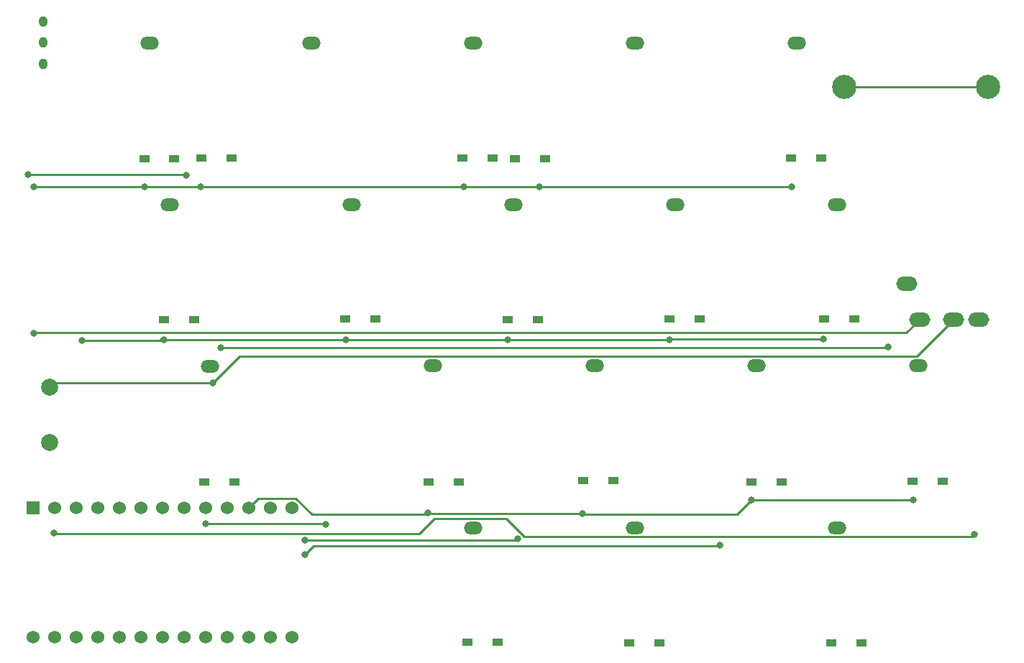
<source format=gbr>
%TF.GenerationSoftware,KiCad,Pcbnew,7.0.8*%
%TF.CreationDate,2024-11-10T08:48:31+09:00*%
%TF.ProjectId,cool937,636f6f6c-3933-4372-9e6b-696361645f70,rev?*%
%TF.SameCoordinates,Original*%
%TF.FileFunction,Copper,L1,Top*%
%TF.FilePolarity,Positive*%
%FSLAX46Y46*%
G04 Gerber Fmt 4.6, Leading zero omitted, Abs format (unit mm)*
G04 Created by KiCad (PCBNEW 7.0.8) date 2024-11-10 08:48:31*
%MOMM*%
%LPD*%
G01*
G04 APERTURE LIST*
%TA.AperFunction,SMDPad,CuDef*%
%ADD10R,1.300000X0.950000*%
%TD*%
%TA.AperFunction,ComponentPad*%
%ADD11O,2.200000X1.500000*%
%TD*%
%TA.AperFunction,ComponentPad*%
%ADD12C,2.000000*%
%TD*%
%TA.AperFunction,ComponentPad*%
%ADD13O,2.500000X1.700000*%
%TD*%
%TA.AperFunction,ComponentPad*%
%ADD14O,1.000000X1.300000*%
%TD*%
%TA.AperFunction,ComponentPad*%
%ADD15C,2.850000*%
%TD*%
%TA.AperFunction,ComponentPad*%
%ADD16C,1.524000*%
%TD*%
%TA.AperFunction,ComponentPad*%
%ADD17R,1.524000X1.524000*%
%TD*%
%TA.AperFunction,ViaPad*%
%ADD18C,0.800000*%
%TD*%
%TA.AperFunction,Conductor*%
%ADD19C,0.250000*%
%TD*%
G04 APERTURE END LIST*
D10*
%TO.P,D14,1,K*%
%TO.N,row1*%
X122945000Y-124960000D03*
%TO.P,D14,2,A*%
%TO.N,Net-(D14-A)*%
X126495000Y-124960000D03*
%TD*%
D11*
%TO.P,SW21,*%
%TO.N,*%
X68880000Y-130480000D03*
%TD*%
%TO.P,SW15,*%
%TO.N,*%
X142690000Y-111420000D03*
%TD*%
D10*
%TO.P,D15,1,K*%
%TO.N,row1*%
X141155000Y-124890000D03*
%TO.P,D15,2,A*%
%TO.N,Net-(D15-A)*%
X144705000Y-124890000D03*
%TD*%
D11*
%TO.P,SW33,*%
%TO.N,*%
X118890000Y-149530000D03*
%TD*%
D10*
%TO.P,D21,1,K*%
%TO.N,row2*%
X68205000Y-144100000D03*
%TO.P,D21,2,A*%
%TO.N,Net-(D21-A)*%
X71755000Y-144100000D03*
%TD*%
%TO.P,D13,1,K*%
%TO.N,row1*%
X103915000Y-125030000D03*
%TO.P,D13,2,A*%
%TO.N,Net-(D13-A)*%
X107465000Y-125030000D03*
%TD*%
D11*
%TO.P,SW4,*%
%TO.N,*%
X118890000Y-92370000D03*
%TD*%
%TO.P,SW3,*%
%TO.N,*%
X99840000Y-92370000D03*
%TD*%
D12*
%TO.P,SW41,1,1*%
%TO.N,Net-(U2-BOOT(RST))*%
X49920000Y-139480000D03*
%TO.P,SW41,2,2*%
%TO.N,GND*%
X49920000Y-132980000D03*
%TD*%
D10*
%TO.P,D25,1,K*%
%TO.N,row2*%
X151575000Y-144030000D03*
%TO.P,D25,2,A*%
%TO.N,Net-(D25-A)*%
X155125000Y-144030000D03*
%TD*%
%TO.P,D34,1,K*%
%TO.N,row3*%
X142005000Y-163140000D03*
%TO.P,D34,2,A*%
%TO.N,Net-(D34-A)*%
X145555000Y-163140000D03*
%TD*%
D11*
%TO.P,SW1,*%
%TO.N,*%
X61740000Y-92370000D03*
%TD*%
D10*
%TO.P,D24,1,K*%
%TO.N,row2*%
X132560000Y-144150000D03*
%TO.P,D24,2,A*%
%TO.N,Net-(D24-A)*%
X136110000Y-144150000D03*
%TD*%
%TO.P,D12,1,K*%
%TO.N,row1*%
X84775000Y-124920000D03*
%TO.P,D12,2,A*%
%TO.N,Net-(D12-A)*%
X88325000Y-124920000D03*
%TD*%
D11*
%TO.P,SW25,*%
%TO.N,*%
X152240000Y-130450000D03*
%TD*%
%TO.P,SW23,*%
%TO.N,*%
X114140000Y-130450000D03*
%TD*%
D10*
%TO.P,D11,1,K*%
%TO.N,row1*%
X63425000Y-124990000D03*
%TO.P,D11,2,A*%
%TO.N,Net-(D11-A)*%
X66975000Y-124990000D03*
%TD*%
D11*
%TO.P,SW2,*%
%TO.N,*%
X80790000Y-92370000D03*
%TD*%
D10*
%TO.P,D5,1,K*%
%TO.N,row0*%
X137275000Y-105940000D03*
%TO.P,D5,2,A*%
%TO.N,Net-(D5-A)*%
X140825000Y-105940000D03*
%TD*%
D11*
%TO.P,SW11,*%
%TO.N,*%
X64120000Y-111430000D03*
%TD*%
%TO.P,SW5,*%
%TO.N,*%
X137940000Y-92370000D03*
%TD*%
%TO.P,SW32,*%
%TO.N,*%
X99840000Y-149530000D03*
%TD*%
D10*
%TO.P,D1,1,K*%
%TO.N,row0*%
X61095000Y-106030000D03*
%TO.P,D1,2,A*%
%TO.N,Net-(D1-A)*%
X64645000Y-106030000D03*
%TD*%
D11*
%TO.P,SW12,*%
%TO.N,*%
X85540000Y-111420000D03*
%TD*%
D10*
%TO.P,D33,1,K*%
%TO.N,row3*%
X118215000Y-163080000D03*
%TO.P,D33,2,A*%
%TO.N,Net-(D33-A)*%
X121765000Y-163080000D03*
%TD*%
%TO.P,D23,1,K*%
%TO.N,row2*%
X112765000Y-144010000D03*
%TO.P,D23,2,A*%
%TO.N,Net-(D23-A)*%
X116315000Y-144010000D03*
%TD*%
%TO.P,D32,1,K*%
%TO.N,row3*%
X99155000Y-163050000D03*
%TO.P,D32,2,A*%
%TO.N,Net-(D32-A)*%
X102705000Y-163050000D03*
%TD*%
D11*
%TO.P,SW22,*%
%TO.N,*%
X95090000Y-130450000D03*
%TD*%
%TO.P,SW14,*%
%TO.N,*%
X123640000Y-111420000D03*
%TD*%
D10*
%TO.P,D3,1,K*%
%TO.N,row0*%
X98560000Y-105970000D03*
%TO.P,D3,2,A*%
%TO.N,Net-(D3-A)*%
X102110000Y-105970000D03*
%TD*%
%TO.P,D4,1,K*%
%TO.N,row0*%
X104755000Y-106000000D03*
%TO.P,D4,2,A*%
%TO.N,Net-(D4-A)*%
X108305000Y-106000000D03*
%TD*%
D11*
%TO.P,SW24,*%
%TO.N,*%
X133190000Y-130450000D03*
%TD*%
D10*
%TO.P,D22,1,K*%
%TO.N,row2*%
X94550000Y-144140000D03*
%TO.P,D22,2,A*%
%TO.N,Net-(D22-A)*%
X98100000Y-144140000D03*
%TD*%
D13*
%TO.P,J1,A*%
%TO.N,unconnected-(J1-PadA)*%
X150880000Y-120780000D03*
%TO.P,J1,B*%
%TO.N,data*%
X159380000Y-124980000D03*
%TO.P,J1,C*%
%TO.N,GND*%
X156380000Y-124980000D03*
%TO.P,J1,D*%
%TO.N,VCC*%
X152380000Y-124980000D03*
%TD*%
D10*
%TO.P,D2,1,K*%
%TO.N,row0*%
X67835000Y-105960000D03*
%TO.P,D2,2,A*%
%TO.N,Net-(D2-A)*%
X71385000Y-105960000D03*
%TD*%
D11*
%TO.P,SW13,*%
%TO.N,*%
X104590000Y-111420000D03*
%TD*%
%TO.P,SW34,*%
%TO.N,*%
X142690000Y-149540000D03*
%TD*%
D14*
%TO.P,SW42,1,1*%
%TO.N,Net-(U2-BAT)*%
X49220000Y-89850000D03*
%TO.P,SW42,2,2*%
%TO.N,BAT+*%
X49220000Y-92350000D03*
%TO.P,SW42,3*%
%TO.N,N/C*%
X49220000Y-94850000D03*
%TD*%
D15*
%TO.P,BT1,1,+*%
%TO.N,BAT+*%
X160440000Y-97600000D03*
X143540000Y-97600000D03*
%TD*%
D16*
%TO.P,U2,1,PIN1*%
%TO.N,data*%
X50540000Y-162390000D03*
%TO.P,U2,2,PIN2*%
%TO.N,unconnected-(U2-PIN2-Pad2)*%
X53080000Y-162390000D03*
%TO.P,U2,3,GND*%
%TO.N,GND*%
X55620000Y-162390000D03*
%TO.P,U2,4,GND*%
X58160000Y-162390000D03*
%TO.P,U2,5,PIN5*%
%TO.N,row0*%
X60700000Y-162390000D03*
%TO.P,U2,6,PIN6*%
%TO.N,row1*%
X63240000Y-162390000D03*
%TO.P,U2,7,PIN7*%
%TO.N,col0*%
X65780000Y-162390000D03*
%TO.P,U2,8,PIN8*%
%TO.N,col1*%
X68320000Y-162390000D03*
%TO.P,U2,9,PIN9*%
%TO.N,col2*%
X70860000Y-162390000D03*
%TO.P,U2,10,PIN10*%
%TO.N,col3*%
X73400000Y-162390000D03*
%TO.P,U2,11,PIN11*%
%TO.N,col4*%
X75940000Y-162390000D03*
%TO.P,U2,12,PIN12*%
%TO.N,unconnected-(U2-PIN12-Pad12)*%
X78480000Y-162390000D03*
%TO.P,U2,13,PIN13*%
%TO.N,unconnected-(U2-PIN13-Pad13)*%
X78480000Y-147170000D03*
%TO.P,U2,14,PIN14*%
%TO.N,row3*%
X75940000Y-147170000D03*
%TO.P,U2,15,PIN15*%
%TO.N,row2*%
X73400000Y-147170000D03*
%TO.P,U2,16,PIN16*%
%TO.N,unconnected-(U2-PIN16-Pad16)*%
X70860000Y-147170000D03*
%TO.P,U2,17,PIN17*%
%TO.N,unconnected-(U2-PIN17-Pad17)*%
X68320000Y-147170000D03*
%TO.P,U2,18,PIN18*%
%TO.N,unconnected-(U2-PIN18-Pad18)*%
X65780000Y-147170000D03*
%TO.P,U2,19,PIN19*%
%TO.N,unconnected-(U2-PIN19-Pad19)*%
X63240000Y-147170000D03*
%TO.P,U2,20,PIN20*%
%TO.N,unconnected-(U2-PIN20-Pad20)*%
X60700000Y-147170000D03*
%TO.P,U2,21,+4.3V*%
%TO.N,unconnected-(U2-+4.3V-Pad21)*%
X58160000Y-147170000D03*
%TO.P,U2,22,BOOT(RST)*%
%TO.N,Net-(U2-BOOT(RST))*%
X55620000Y-147170000D03*
%TO.P,U2,23,GND*%
%TO.N,GND*%
X53080000Y-147170000D03*
%TO.P,U2,24,+5V*%
%TO.N,VCC*%
X50540000Y-147170000D03*
D17*
%TO.P,U2,25,BAT*%
%TO.N,Net-(U2-BAT)*%
X48000000Y-147170000D03*
D16*
%TO.P,U2,26*%
%TO.N,N/C*%
X48000000Y-162390000D03*
%TD*%
D18*
%TO.N,BAT+*%
X148710000Y-128260000D03*
X70090000Y-128270000D03*
%TO.N,VCC*%
X48129500Y-126590000D03*
%TO.N,GND*%
X69160000Y-132490000D03*
%TO.N,Net-(U2-BAT)*%
X66040000Y-107950000D03*
X47390000Y-107890000D03*
%TO.N,col1*%
X68320000Y-149050000D03*
X82462467Y-149100000D03*
%TO.N,data*%
X50430000Y-150170000D03*
%TO.N,row0*%
X48130000Y-109310000D03*
%TO.N,row1*%
X53810000Y-127460000D03*
%TO.N,data*%
X158850000Y-150360000D03*
%TO.N,col2*%
X80000000Y-151040000D03*
X105040000Y-150800000D03*
%TO.N,col3*%
X80050000Y-152670000D03*
X128840000Y-151570000D03*
%TO.N,row2*%
X94480000Y-147760000D03*
X112670000Y-147880000D03*
X132590000Y-146220000D03*
X151640000Y-146230000D03*
%TO.N,row1*%
X141090000Y-127290000D03*
X122960000Y-127370000D03*
X103850000Y-127400000D03*
X84800000Y-127400000D03*
X63390000Y-127380000D03*
%TO.N,row0*%
X61110000Y-109310000D03*
X67760000Y-109320000D03*
X98690000Y-109330000D03*
X107640000Y-109330000D03*
X137300000Y-109320000D03*
%TD*%
D19*
%TO.N,BAT+*%
X143540000Y-97600000D02*
X160440000Y-97600000D01*
%TO.N,row0*%
X48130000Y-109310000D02*
X61110000Y-109310000D01*
%TO.N,BAT+*%
X148700000Y-128270000D02*
X148710000Y-128260000D01*
X70090000Y-128270000D02*
X148700000Y-128270000D01*
%TO.N,GND*%
X69160000Y-132490000D02*
X72320000Y-129330000D01*
X72320000Y-129330000D02*
X152030000Y-129330000D01*
X152030000Y-129330000D02*
X156380000Y-124980000D01*
%TO.N,VCC*%
X150795000Y-126565000D02*
X152380000Y-124980000D01*
X48129500Y-126590000D02*
X48154500Y-126565000D01*
X48154500Y-126565000D02*
X150795000Y-126565000D01*
%TO.N,GND*%
X69160000Y-132490000D02*
X50410000Y-132490000D01*
X50410000Y-132490000D02*
X49920000Y-132980000D01*
%TO.N,Net-(U2-BAT)*%
X65980000Y-107890000D02*
X66040000Y-107950000D01*
X47390000Y-107890000D02*
X65980000Y-107890000D01*
%TO.N,col1*%
X82412467Y-149050000D02*
X82462467Y-149100000D01*
X68320000Y-149050000D02*
X82412467Y-149050000D01*
%TO.N,data*%
X50510000Y-150250000D02*
X50430000Y-150170000D01*
X77060000Y-150250000D02*
X50510000Y-150250000D01*
X93460000Y-150250000D02*
X77060000Y-150250000D01*
X158595000Y-150615000D02*
X105880305Y-150615000D01*
X158850000Y-150360000D02*
X158595000Y-150615000D01*
X105880305Y-150615000D02*
X103720305Y-148455000D01*
X95255000Y-148455000D02*
X93460000Y-150250000D01*
X103720305Y-148455000D02*
X95255000Y-148455000D01*
%TO.N,row1*%
X63390000Y-127380000D02*
X63200000Y-127190000D01*
X62930000Y-127460000D02*
X53810000Y-127460000D01*
X63200000Y-127190000D02*
X62930000Y-127460000D01*
%TO.N,col2*%
X80000000Y-151040000D02*
X104800000Y-151040000D01*
X104800000Y-151040000D02*
X105040000Y-150800000D01*
%TO.N,col3*%
X80050000Y-152670000D02*
X81065000Y-151655000D01*
X81065000Y-151655000D02*
X128755000Y-151655000D01*
X128755000Y-151655000D02*
X128840000Y-151570000D01*
%TO.N,row2*%
X94480000Y-147760000D02*
X94250000Y-147990000D01*
X74500000Y-146070000D02*
X73400000Y-147170000D01*
X94250000Y-147990000D02*
X80830474Y-147990000D01*
X78910474Y-146070000D02*
X74500000Y-146070000D01*
X80830474Y-147990000D02*
X78910474Y-146070000D01*
X94600000Y-147880000D02*
X94480000Y-147760000D01*
X112670000Y-147880000D02*
X94600000Y-147880000D01*
X130887271Y-147922729D02*
X112712729Y-147922729D01*
X132590000Y-146220000D02*
X130887271Y-147922729D01*
X112712729Y-147922729D02*
X112670000Y-147880000D01*
X151640000Y-146230000D02*
X132600000Y-146230000D01*
X132600000Y-146230000D02*
X132590000Y-146220000D01*
%TO.N,row1*%
X123040000Y-127290000D02*
X141090000Y-127290000D01*
X122960000Y-127370000D02*
X123040000Y-127290000D01*
X122930000Y-127400000D02*
X122960000Y-127370000D01*
X103850000Y-127400000D02*
X122930000Y-127400000D01*
X84800000Y-127400000D02*
X103850000Y-127400000D01*
X84780000Y-127380000D02*
X84800000Y-127400000D01*
X63390000Y-127380000D02*
X84780000Y-127380000D01*
%TO.N,row0*%
X61120000Y-109320000D02*
X61110000Y-109310000D01*
X67760000Y-109320000D02*
X61120000Y-109320000D01*
X67770000Y-109330000D02*
X67760000Y-109320000D01*
X98690000Y-109330000D02*
X67770000Y-109330000D01*
X107640000Y-109330000D02*
X98690000Y-109330000D01*
X107650000Y-109320000D02*
X107640000Y-109330000D01*
X137300000Y-109320000D02*
X107650000Y-109320000D01*
%TD*%
M02*

</source>
